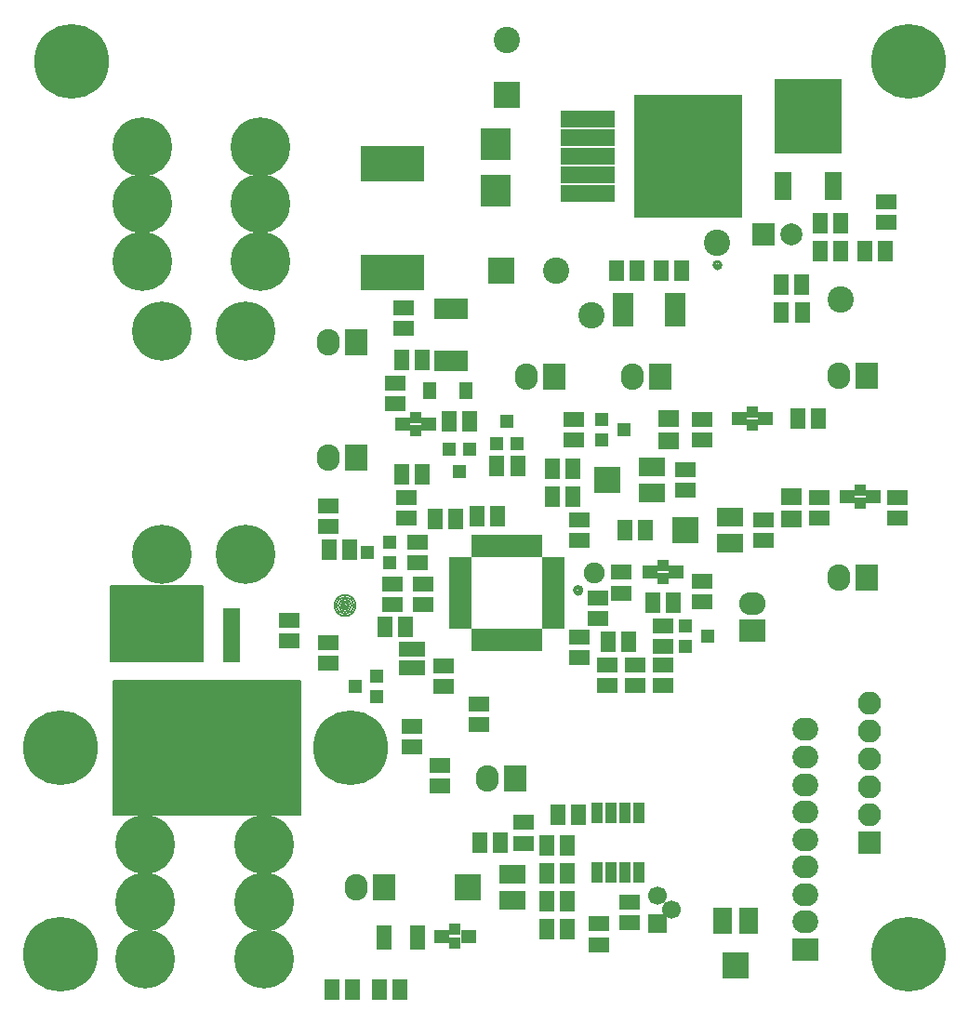
<source format=gbr>
G04 #@! TF.GenerationSoftware,KiCad,Pcbnew,(5.0.0-rc2-dev-378-g94dbcc719)*
G04 #@! TF.CreationDate,2018-04-09T20:17:52+02:00*
G04 #@! TF.ProjectId,sekvencer_v0.01,73656B76656E6365725F76302E30312E,rev?*
G04 #@! TF.SameCoordinates,Original*
G04 #@! TF.FileFunction,Soldermask,Top*
G04 #@! TF.FilePolarity,Negative*
%FSLAX46Y46*%
G04 Gerber Fmt 4.6, Leading zero omitted, Abs format (unit mm)*
G04 Created by KiCad (PCBNEW (5.0.0-rc2-dev-378-g94dbcc719)) date 04/09/18 20:17:52*
%MOMM*%
%LPD*%
G01*
G04 APERTURE LIST*
%ADD10C,0.200000*%
%ADD11C,0.150000*%
%ADD12R,1.300000X1.400000*%
%ADD13C,2.400000*%
%ADD14R,1.900000X3.100000*%
%ADD15R,3.100000X1.900000*%
%ADD16C,1.900000*%
%ADD17R,1.900000X1.370000*%
%ADD18R,1.370000X1.200000*%
%ADD19R,1.000000X1.050000*%
%ADD20C,6.800000*%
%ADD21C,1.200000*%
%ADD22R,1.470000X2.200000*%
%ADD23R,1.370000X1.900000*%
%ADD24R,2.350000X2.100000*%
%ADD25O,2.350000X2.100000*%
%ADD26R,2.100000X2.400000*%
%ADD27O,2.100000X2.400000*%
%ADD28R,1.000000X1.950000*%
%ADD29C,1.700000*%
%ADD30R,1.700000X1.700000*%
%ADD31R,2.400000X1.700000*%
%ADD32R,2.400000X2.400000*%
%ADD33R,2.700000X2.900000*%
%ADD34R,5.800000X3.300000*%
%ADD35R,1.200000X1.300000*%
%ADD36R,1.900000X1.545000*%
%ADD37R,2.000000X0.950000*%
%ADD38R,0.950000X2.000000*%
%ADD39R,5.000000X1.500000*%
%ADD40R,9.800000X11.200000*%
%ADD41R,2.400000X2.100000*%
%ADD42O,2.400000X2.100000*%
%ADD43R,1.300000X1.200000*%
%ADD44R,2.100000X2.100000*%
%ADD45O,2.100000X2.100000*%
%ADD46C,5.400000*%
%ADD47R,1.600000X2.600000*%
%ADD48R,6.200000X6.800000*%
%ADD49R,1.500000X5.000000*%
%ADD50R,11.200000X9.800000*%
%ADD51R,2.000000X2.000000*%
%ADD52C,2.000000*%
%ADD53R,1.700000X2.400000*%
%ADD54R,1.300000X1.600000*%
G04 APERTURE END LIST*
D10*
X178246614Y-102870000D02*
G75*
G03X178246614Y-102870000I-954614J0D01*
G01*
X178056641Y-102870000D02*
G75*
G03X178056641Y-102870000I-764641J0D01*
G01*
X177867017Y-102870000D02*
G75*
G03X177867017Y-102870000I-575017J0D01*
G01*
X177673000Y-102870000D02*
G75*
G03X177673000Y-102870000I-381000J0D01*
G01*
X177546000Y-102870000D02*
G75*
G03X177546000Y-102870000I-254000J0D01*
G01*
X177381803Y-102870000D02*
G75*
G03X177381803Y-102870000I-89803J0D01*
G01*
X211328000Y-71882000D02*
G75*
G03X211328000Y-71882000I-127000J0D01*
G01*
X211455000Y-71882000D02*
G75*
G03X211455000Y-71882000I-254000J0D01*
G01*
X211582000Y-71882000D02*
G75*
G03X211582000Y-71882000I-381000J0D01*
G01*
X198577200Y-101498400D02*
G75*
G03X198577200Y-101498400I-50800J0D01*
G01*
X198735854Y-101498400D02*
G75*
G03X198735854Y-101498400I-209454J0D01*
G01*
X198885610Y-101498400D02*
G75*
G03X198885610Y-101498400I-359210J0D01*
G01*
X198935963Y-101498400D02*
G75*
G03X198935963Y-101498400I-409563J0D01*
G01*
D11*
G36*
X156210000Y-109728000D02*
X173228000Y-109728000D01*
X173228000Y-121920000D01*
X156210000Y-121920000D01*
X156210000Y-109728000D01*
G37*
X156210000Y-109728000D02*
X173228000Y-109728000D01*
X173228000Y-121920000D01*
X156210000Y-121920000D01*
X156210000Y-109728000D01*
G36*
X155956000Y-101092000D02*
X155956000Y-107950000D01*
X164338000Y-107950000D01*
X164338000Y-101092000D01*
X155956000Y-101092000D01*
G37*
X155956000Y-101092000D02*
X155956000Y-107950000D01*
X164338000Y-107950000D01*
X164338000Y-101092000D01*
X155956000Y-101092000D01*
D12*
X182775500Y-106871000D03*
X182775500Y-108521000D03*
X184000500Y-108521000D03*
X184000500Y-106871000D03*
D13*
X199707500Y-76454000D03*
D14*
X207378000Y-75946000D03*
X202578000Y-75946000D03*
D15*
X186944000Y-80632000D03*
X186944000Y-75832000D03*
D13*
X222453200Y-74980800D03*
X211201000Y-69850000D03*
D16*
X199948800Y-99872800D03*
D17*
X193548000Y-122616000D03*
X193548000Y-124526000D03*
D18*
X188525000Y-132969000D03*
X186125000Y-132969000D03*
D19*
X187325000Y-133594000D03*
X187325000Y-132344000D03*
D18*
X225412000Y-92964000D03*
X223012000Y-92964000D03*
D19*
X224212000Y-93589000D03*
X224212000Y-92339000D03*
D18*
X215576000Y-85852000D03*
X213176000Y-85852000D03*
D19*
X214376000Y-86477000D03*
X214376000Y-85227000D03*
D18*
X182512000Y-86360000D03*
X184912000Y-86360000D03*
D19*
X183712000Y-85735000D03*
X183712000Y-86985000D03*
D18*
X207448000Y-99822000D03*
X205048000Y-99822000D03*
D19*
X206248000Y-100447000D03*
X206248000Y-99197000D03*
D20*
X151384000Y-134620000D03*
D21*
X153784000Y-134620000D03*
X153081056Y-136317056D03*
X151384000Y-137020000D03*
X149686944Y-136317056D03*
X148984000Y-134620000D03*
X149686944Y-132922944D03*
X151384000Y-132220000D03*
X153081056Y-132922944D03*
D22*
X180867000Y-133096000D03*
X183877000Y-133096000D03*
D20*
X152400000Y-53340000D03*
D21*
X152400000Y-55740000D03*
X150702944Y-55037056D03*
X150000000Y-53340000D03*
X150702944Y-51642944D03*
X152400000Y-50940000D03*
X154097056Y-51642944D03*
X154800000Y-53340000D03*
X154097056Y-55037056D03*
X230297056Y-51642944D03*
X228600000Y-50940000D03*
X226902944Y-51642944D03*
X226200000Y-53340000D03*
X226902944Y-55037056D03*
X228600000Y-55740000D03*
X230297056Y-55037056D03*
X231000000Y-53340000D03*
D20*
X228600000Y-53340000D03*
X228600000Y-134620000D03*
D21*
X231000000Y-134620000D03*
X230297056Y-136317056D03*
X228600000Y-137020000D03*
X226902944Y-136317056D03*
X226200000Y-134620000D03*
X226902944Y-132922944D03*
X228600000Y-132220000D03*
X230297056Y-132922944D03*
D20*
X177800000Y-115824000D03*
D21*
X180200000Y-115824000D03*
X179497056Y-117521056D03*
X177800000Y-118224000D03*
X176102944Y-117521056D03*
X175400000Y-115824000D03*
X176102944Y-114126944D03*
X177800000Y-113424000D03*
X179497056Y-114126944D03*
D20*
X151384000Y-115824000D03*
D21*
X153784000Y-115824000D03*
X153081056Y-117521056D03*
X151384000Y-118224000D03*
X149686944Y-117521056D03*
X148984000Y-115824000D03*
X149686944Y-114126944D03*
X151384000Y-113424000D03*
X153081056Y-114126944D03*
D17*
X202438000Y-101729500D03*
X202438000Y-99819500D03*
D23*
X197551000Y-124714000D03*
X195641000Y-124714000D03*
D24*
X219202000Y-134166000D03*
D25*
X219202000Y-131666000D03*
X219202000Y-129166000D03*
X219202000Y-126666000D03*
X219202000Y-124166000D03*
X219202000Y-121666000D03*
X219202000Y-119166000D03*
X219202000Y-116666000D03*
X219202000Y-114166000D03*
D23*
X191455000Y-124460000D03*
X189545000Y-124460000D03*
X198567000Y-121920000D03*
X196657000Y-121920000D03*
D26*
X180848000Y-128524000D03*
D27*
X178348000Y-128524000D03*
D28*
X200279000Y-127160000D03*
X201549000Y-127160000D03*
X202819000Y-127160000D03*
X204089000Y-127160000D03*
X204089000Y-121760000D03*
X202819000Y-121760000D03*
X201549000Y-121760000D03*
X200279000Y-121760000D03*
D29*
X207010000Y-130556000D03*
X205740000Y-129286000D03*
D30*
X205740000Y-131826000D03*
D31*
X192500000Y-127374000D03*
D32*
X188500000Y-128524000D03*
D31*
X192500000Y-129674000D03*
D17*
X200406000Y-133736000D03*
X200406000Y-131826000D03*
D23*
X195641000Y-129794000D03*
X197551000Y-129794000D03*
X197551000Y-132334000D03*
X195641000Y-132334000D03*
X195641000Y-127254000D03*
X197551000Y-127254000D03*
D13*
X192024000Y-51388000D03*
D32*
X192024000Y-56388000D03*
X191516000Y-72390000D03*
D13*
X196516000Y-72390000D03*
D33*
X191008000Y-60842000D03*
X191008000Y-65142000D03*
D34*
X181610000Y-62614000D03*
X181610000Y-72514000D03*
D35*
X191074000Y-88122000D03*
X192974000Y-88122000D03*
X192024000Y-86122000D03*
D23*
X187391000Y-94996000D03*
X185481000Y-94996000D03*
D27*
X222290000Y-100330000D03*
D26*
X224790000Y-100330000D03*
D36*
X217932000Y-95022500D03*
X217932000Y-92937500D03*
D17*
X198143756Y-85913000D03*
X198143756Y-87823000D03*
D37*
X187774000Y-98927000D03*
X187774000Y-99727000D03*
X187774000Y-100527000D03*
X187774000Y-101327000D03*
X187774000Y-102127000D03*
X187774000Y-102927000D03*
X187774000Y-103727000D03*
X187774000Y-104527000D03*
D38*
X189224000Y-105977000D03*
X190024000Y-105977000D03*
X190824000Y-105977000D03*
X191624000Y-105977000D03*
X192424000Y-105977000D03*
X193224000Y-105977000D03*
X194024000Y-105977000D03*
X194824000Y-105977000D03*
D37*
X196274000Y-104527000D03*
X196274000Y-103727000D03*
X196274000Y-102927000D03*
X196274000Y-102127000D03*
X196274000Y-101327000D03*
X196274000Y-100527000D03*
X196274000Y-99727000D03*
X196274000Y-98927000D03*
D38*
X194824000Y-97477000D03*
X194024000Y-97477000D03*
X193224000Y-97477000D03*
X192424000Y-97477000D03*
X191624000Y-97477000D03*
X190824000Y-97477000D03*
X190024000Y-97477000D03*
X189224000Y-97477000D03*
D39*
X199384000Y-58576000D03*
X199384000Y-60276000D03*
X199384000Y-61976000D03*
X199384000Y-63676000D03*
X199384000Y-65376000D03*
D40*
X208534000Y-61976000D03*
D23*
X205293000Y-102616000D03*
X207203000Y-102616000D03*
D41*
X214376000Y-105156000D03*
D42*
X214376000Y-102656000D03*
D17*
X227584000Y-94935000D03*
X227584000Y-93025000D03*
D23*
X184343000Y-90932000D03*
X182433000Y-90932000D03*
D26*
X178308000Y-89408000D03*
D27*
X175808000Y-89408000D03*
D43*
X208296000Y-104714000D03*
X208296000Y-106614000D03*
X210296000Y-105664000D03*
D27*
X222290000Y-81915000D03*
D26*
X224790000Y-81915000D03*
D44*
X225044000Y-124460000D03*
D45*
X225044000Y-121920000D03*
X225044000Y-119380000D03*
X225044000Y-116840000D03*
X225044000Y-114300000D03*
X225044000Y-111760000D03*
D17*
X220472000Y-94935000D03*
X220472000Y-93025000D03*
X209804000Y-85913000D03*
X209804000Y-87823000D03*
X215392000Y-95057000D03*
X215392000Y-96967000D03*
X208280000Y-92395000D03*
X208280000Y-90485000D03*
X203708000Y-110175000D03*
X203708000Y-108265000D03*
D23*
X217038000Y-76200000D03*
X218948000Y-76200000D03*
D17*
X201168000Y-110175000D03*
X201168000Y-108265000D03*
X206248000Y-108265000D03*
X206248000Y-110175000D03*
X198628000Y-95057000D03*
X198628000Y-96967000D03*
D23*
X196149000Y-92964000D03*
X198059000Y-92964000D03*
D17*
X200304400Y-104079000D03*
X200304400Y-102169000D03*
X181610000Y-102809000D03*
X181610000Y-100899000D03*
X184404000Y-100899000D03*
X184404000Y-102809000D03*
X198628000Y-105725000D03*
X198628000Y-107635000D03*
D23*
X216977000Y-73660000D03*
X218887000Y-73660000D03*
X222443000Y-68072000D03*
X220533000Y-68072000D03*
X220533000Y-70612000D03*
X222443000Y-70612000D03*
X180909000Y-104775000D03*
X182819000Y-104775000D03*
D17*
X186245500Y-110238500D03*
X186245500Y-108328500D03*
D26*
X178308000Y-78867000D03*
D27*
X175808000Y-78867000D03*
X203494000Y-82042000D03*
D26*
X205994000Y-82042000D03*
X196342000Y-82042000D03*
D27*
X193842000Y-82042000D03*
D26*
X192786000Y-118618000D03*
D27*
X190286000Y-118618000D03*
D36*
X206756000Y-85825500D03*
X206756000Y-87910500D03*
D23*
X201229000Y-106172000D03*
X203139000Y-106172000D03*
D35*
X187706000Y-90662000D03*
X186756000Y-88662000D03*
X188656000Y-88662000D03*
D43*
X178197000Y-110236000D03*
X180197000Y-109286000D03*
X180197000Y-111186000D03*
X181340000Y-98994000D03*
X181340000Y-97094000D03*
X179340000Y-98044000D03*
X200676000Y-85918000D03*
X200676000Y-87818000D03*
X202676000Y-86868000D03*
D23*
X186751000Y-86106000D03*
X188661000Y-86106000D03*
D17*
X206248000Y-104709000D03*
X206248000Y-106619000D03*
D23*
X204663000Y-96012000D03*
X202753000Y-96012000D03*
X198059000Y-90424000D03*
X196149000Y-90424000D03*
X189291000Y-94742000D03*
X191201000Y-94742000D03*
D17*
X181864000Y-82611000D03*
X181864000Y-84521000D03*
X226568000Y-68011000D03*
X226568000Y-66101000D03*
D23*
X193037208Y-90170000D03*
X191127208Y-90170000D03*
D17*
X183896000Y-98999000D03*
X183896000Y-97089000D03*
X209804000Y-102555000D03*
X209804000Y-100645000D03*
X183388000Y-113853000D03*
X183388000Y-115763000D03*
D46*
X160589450Y-77859198D03*
X160589450Y-98179198D03*
X168209450Y-98179198D03*
X168209450Y-77859198D03*
D17*
X189484000Y-113731000D03*
X189484000Y-111821000D03*
X172212000Y-104201000D03*
X172212000Y-106111000D03*
D23*
X218501000Y-85852000D03*
X220411000Y-85852000D03*
D47*
X217176000Y-64652000D03*
X221736000Y-64652000D03*
D48*
X219456000Y-58352000D03*
D31*
X212312000Y-94862000D03*
D32*
X208312000Y-96012000D03*
D31*
X212312000Y-97162000D03*
X205200000Y-92590000D03*
D32*
X201200000Y-91440000D03*
D31*
X205200000Y-90290000D03*
D49*
X166939450Y-105612198D03*
X161859450Y-105612198D03*
D50*
X164399450Y-114762198D03*
D46*
X158814450Y-66297198D03*
X169614450Y-66297198D03*
X169614450Y-61087198D03*
X169614450Y-71497198D03*
X158814450Y-61087198D03*
X158814450Y-71497198D03*
X159126000Y-135044800D03*
X159126000Y-124634800D03*
X169926000Y-135044800D03*
X169926000Y-124634800D03*
X169926000Y-129844800D03*
X159126000Y-129844800D03*
D17*
X203200000Y-129855000D03*
X203200000Y-131765000D03*
D51*
X215392000Y-69088000D03*
D52*
X217892000Y-69088000D03*
D23*
X224597000Y-70612000D03*
X226507000Y-70612000D03*
X182311000Y-137795000D03*
X180401000Y-137795000D03*
D17*
X175768000Y-95697000D03*
X175768000Y-93787000D03*
X182880000Y-93025000D03*
X182880000Y-94935000D03*
D23*
X201991000Y-72390000D03*
X203901000Y-72390000D03*
D17*
X185928000Y-117409000D03*
X185928000Y-119319000D03*
X182626000Y-77663000D03*
X182626000Y-75753000D03*
X175768000Y-108143000D03*
X175768000Y-106233000D03*
D23*
X176083000Y-137795000D03*
X177993000Y-137795000D03*
X206055000Y-72390000D03*
X207965000Y-72390000D03*
X182433000Y-80518000D03*
X184343000Y-80518000D03*
X177739000Y-97790000D03*
X175829000Y-97790000D03*
D53*
X211702000Y-131604000D03*
D32*
X212852000Y-135604000D03*
D53*
X214002000Y-131604000D03*
D54*
X185040000Y-83312000D03*
X188340000Y-83312000D03*
M02*

</source>
